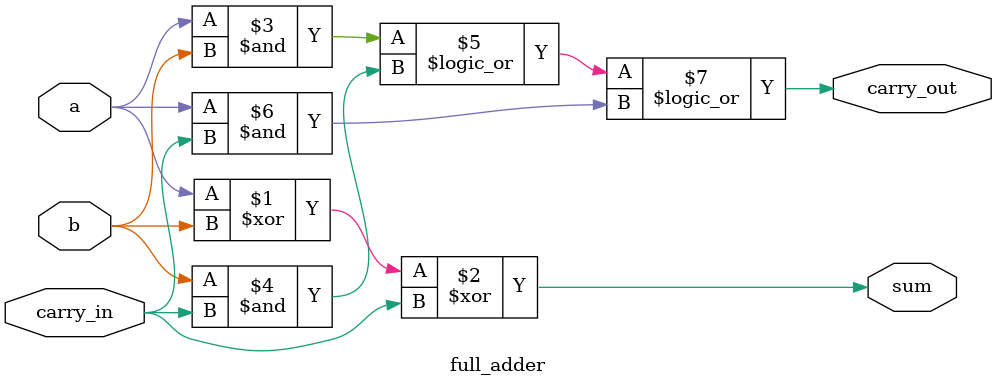
<source format=v>
module full_adder(a,b,carry_in,sum,carry_out);

input a, b, carry_in;
output sum, carry_out;

assign sum = (a^b^carry_in);
assign carry_out = ((a&b) || (b&carry_in) ||(a&carry_in));

endmodule
</source>
